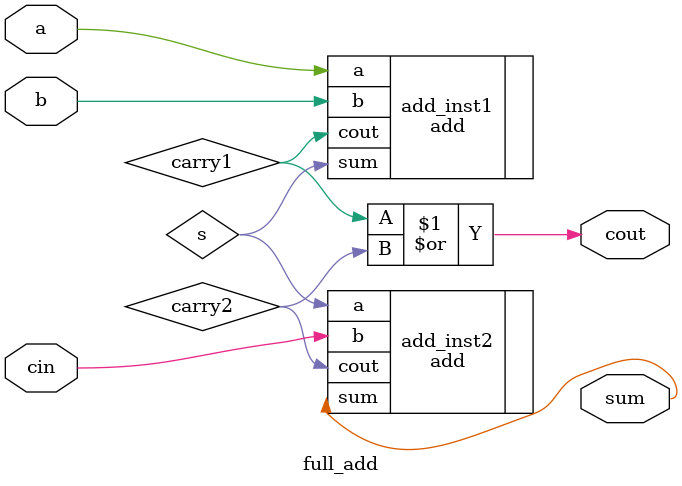
<source format=v>
module full_add(
input  a,b,cin,
output sum,cout);
wire s,carry1,carry2;
add   add_inst1(
.a    (a   ),
.b    (b   ),
.sum  (s   ),
.cout (carry1));
add add_inst2(
.a    (s   ),
.b    (cin ),
.sum  (sum ),
.cout (carry2));
assign cout = carry1 | carry2;
endmodule
</source>
